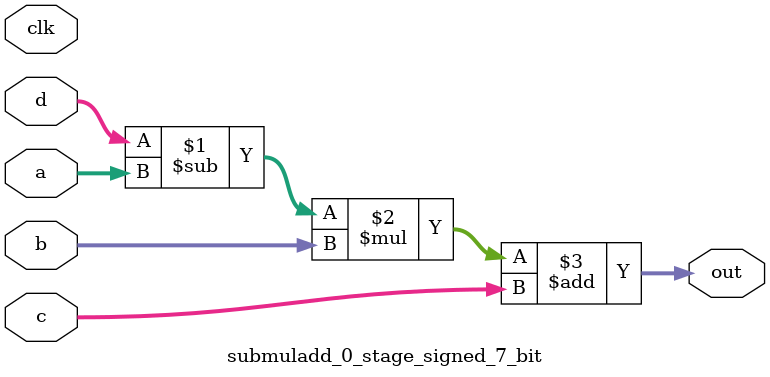
<source format=sv>
(* use_dsp = "yes" *) module submuladd_0_stage_signed_7_bit(
	input signed [6:0] a,
	input signed [6:0] b,
	input signed [6:0] c,
	input signed [6:0] d,
	output [6:0] out,
	input clk);

	assign out = ((d - a) * b) + c;
endmodule

</source>
